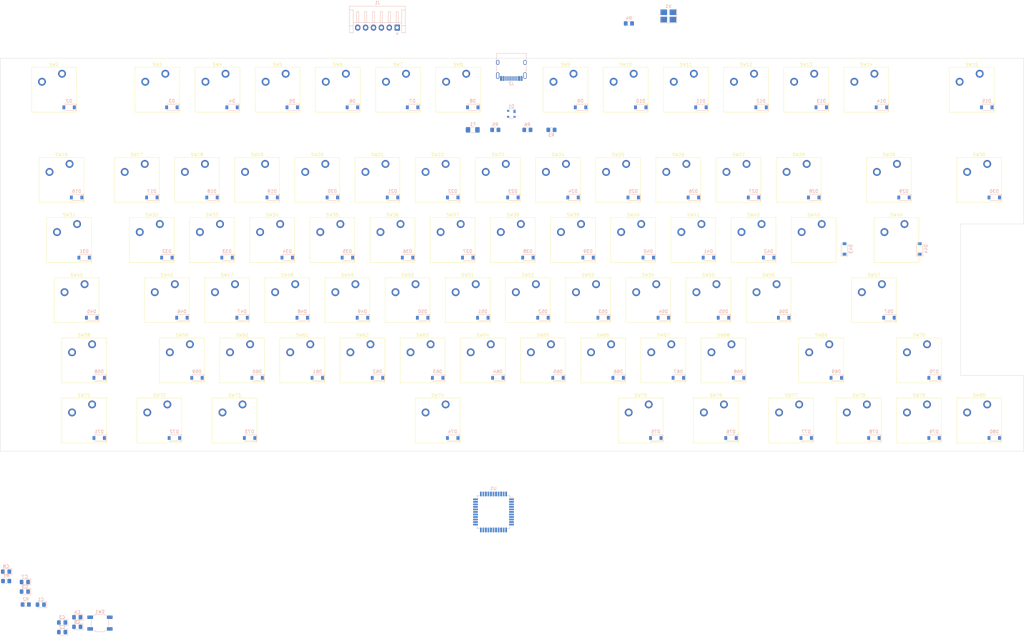
<source format=kicad_pcb>
(kicad_pcb (version 20211014) (generator pcbnew)
  (layers (0 "F.Cu" signal) (31 "B.Cu" signal) (34 "B.Paste" user) (35 "F.Paste" user) (36 "B.SilkS" user "B.Silkscreen") (37 "F.SilkS" user "F.Silkscreen") (38 "B.Mask" user) (39 "F.Mask" user) (44 "Edge.Cuts" user))
  (net 0 "")
  (net 1 "XTAL1")
  (net 2 "GND")
  (net 3 "XTAL2")
  (net 4 "+5V")
  (net 5 "Net-(C5-Pad1)")
  (net 6 "DP")
  (net 7 "DN")
  (net 8 "VCC")
  (net 9 "Net-(D2-Pad2)")
  (net 10 "Net-(D3-Pad2)")
  (net 11 "Net-(D4-Pad2)")
  (net 12 "Net-(D5-Pad2)")
  (net 13 "Net-(D6-Pad2)")
  (net 14 "Net-(D7-Pad2)")
  (net 15 "Net-(D8-Pad2)")
  (net 16 "Net-(D9-Pad2)")
  (net 17 "Net-(D10-Pad2)")
  (net 18 "Net-(D11-Pad2)")
  (net 19 "Net-(D12-Pad2)")
  (net 20 "Net-(D13-Pad2)")
  (net 21 "Net-(D14-Pad2)")
  (net 22 "Net-(D15-Pad2)")
  (net 23 "ROW 01")
  (net 24 "Net-(D16-Pad2)")
  (net 25 "Net-(D17-Pad2)")
  (net 26 "Net-(D18-Pad2)")
  (net 27 "Net-(D19-Pad2)")
  (net 28 "Net-(D20-Pad2)")
  (net 29 "Net-(D21-Pad2)")
  (net 30 "Net-(D22-Pad2)")
  (net 31 "Net-(D23-Pad2)")
  (net 32 "Net-(D24-Pad2)")
  (net 33 "Net-(D25-Pad2)")
  (net 34 "Net-(D26-Pad2)")
  (net 35 "Net-(D27-Pad2)")
  (net 36 "Net-(D28-Pad2)")
  (net 37 "Net-(D29-Pad2)")
  (net 38 "Net-(D30-Pad2)")
  (net 39 "ROW 02")
  (net 40 "Net-(D31-Pad2)")
  (net 41 "Net-(D32-Pad2)")
  (net 42 "Net-(D33-Pad2)")
  (net 43 "Net-(D34-Pad2)")
  (net 44 "Net-(D35-Pad2)")
  (net 45 "Net-(D36-Pad2)")
  (net 46 "Net-(D37-Pad2)")
  (net 47 "Net-(D38-Pad2)")
  (net 48 "Net-(D39-Pad2)")
  (net 49 "Net-(D40-Pad2)")
  (net 50 "Net-(D41-Pad2)")
  (net 51 "Net-(D42-Pad2)")
  (net 52 "Net-(D43-Pad2)")
  (net 53 "Net-(D44-Pad2)")
  (net 54 "ROW 03")
  (net 55 "Net-(D45-Pad2)")
  (net 56 "Net-(D46-Pad2)")
  (net 57 "Net-(D47-Pad2)")
  (net 58 "Net-(D48-Pad2)")
  (net 59 "Net-(D49-Pad2)")
  (net 60 "Net-(D50-Pad2)")
  (net 61 "Net-(D51-Pad2)")
  (net 62 "Net-(D52-Pad2)")
  (net 63 "Net-(D53-Pad2)")
  (net 64 "Net-(D54-Pad2)")
  (net 65 "Net-(D55-Pad2)")
  (net 66 "Net-(D56-Pad2)")
  (net 67 "Net-(D57-Pad2)")
  (net 68 "ROW 04")
  (net 69 "Net-(D58-Pad2)")
  (net 70 "Net-(D59-Pad2)")
  (net 71 "Net-(D60-Pad2)")
  (net 72 "Net-(D61-Pad2)")
  (net 73 "Net-(D62-Pad2)")
  (net 74 "Net-(D63-Pad2)")
  (net 75 "Net-(D64-Pad2)")
  (net 76 "Net-(D65-Pad2)")
  (net 77 "Net-(D66-Pad2)")
  (net 78 "Net-(D67-Pad2)")
  (net 79 "Net-(D68-Pad2)")
  (net 80 "Net-(D69-Pad2)")
  (net 81 "Net-(D70-Pad2)")
  (net 82 "ROW 05")
  (net 83 "Net-(D71-Pad2)")
  (net 84 "Net-(D72-Pad2)")
  (net 85 "Net-(D73-Pad2)")
  (net 86 "Net-(D74-Pad2)")
  (net 87 "Net-(D75-Pad2)")
  (net 88 "Net-(D76-Pad2)")
  (net 89 "Net-(D77-Pad2)")
  (net 90 "Net-(D78-Pad2)")
  (net 91 "Net-(D79-Pad2)")
  (net 92 "Net-(J2-PadA5)")
  (net 94 "Net-(J2-PadB5)")
  (net 96 "Net-(R1-Pad2)")
  (net 97 "RESET")
  (net 98 "D-")
  (net 99 "D+")
  (net 100 "COL 00")
  (net 101 "COL 02")
  (net 102 "COL 03")
  (net 103 "COL 04")
  (net 104 "COL 05")
  (net 105 "COL 06")
  (net 106 "COL 07")
  (net 107 "COL 08")
  (net 108 "COL 09")
  (net 109 "COL 0A")
  (net 110 "COL 0B")
  (net 111 "COL 0C")
  (net 112 "COL 0D")
  (net 113 "COL 0F")
  (net 114 "COL 01")
  (net 115 "COL 0E")
  (net 116 "SCK")
  (net 117 "MOSI")
  (net 118 "MISO")
  (net 120 "Net-(D80-Pad2)")
  (footprint "Switch_Keyboard_Cherry_MX:SW_Cherry_MX_PCB_1.25u" (layer "F.Cu") (at 242.7375 154.775)
    (fp_text reference "SW75")
    (fp_text value "RAmiga")
  )
  (footprint "Switch_Keyboard_Cherry_MX:SW_Cherry_MX_PCB_1.00u" (layer "F.Cu") (at 164.15625 97.625)
    (fp_text reference "SW36")
    (fp_text value "T")
  )
  (footprint "Switch_Keyboard_Cherry_MX:SW_Cherry_MX_PCB_1.00u" (layer "F.Cu") (at 202.25625 97.625)
    (fp_text reference "SW38")
    (fp_text value "U")
  )
  (footprint "Switch_Keyboard_Cherry_MX:SW_Cherry_MX_PCB_2.00u" (layer "F.Cu") (at 321.31875 78.575)
    (fp_text reference "SW29")
    (fp_text value "Bksp")
  )
  (footprint "Switch_Keyboard_Cherry_MX:SW_Cherry_MX_PCB_1.00u" (layer "F.Cu") (at 102.24375 78.575)
    (fp_text reference "SW18")
    (fp_text value "2")
  )
  (footprint "Switch_Keyboard_Cherry_MX:SW_Cherry_MX_PCB_1.00u" (layer "F.Cu") (at 111.76875 116.675)
    (fp_text reference "SW47")
    (fp_text value "S")
  )
  (footprint "Switch_Keyboard_Cherry_MX:SW_Cherry_MX_PCB_1.00u" (layer "F.Cu") (at 240.35625 97.625)
    (fp_text reference "SW40")
    (fp_text value "O")
  )
  (footprint "Switch_Keyboard_Cherry_MX:SW_Cherry_MX_PCB_2.50u" (layer "F.Cu") (at 316.55625 116.675)
    (fp_text reference "SW57")
    (fp_text value "Enter")
  )
  (footprint "Switch_Keyboard_Cherry_MX:SW_Cherry_MX_PCB_1.00u" (layer "F.Cu") (at 254.64375 78.575)
    (fp_text reference "SW26")
    (fp_text value "0")
  )
  (footprint "Switch_Keyboard_Cherry_MX:SW_Cherry_MX_PCB_1.00u" (layer "F.Cu") (at 349.89375 78.575)
    (fp_text reference "SW30")
    (fp_text value "Del")
  )
  (footprint "Switch_Keyboard_Cherry_MX:SW_Cherry_MX_PCB_1.00u" (layer "F.Cu") (at 268.93125 135.725)
    (fp_text reference "SW68")
    (fp_text value "/")
  )
  (footprint "Switch_Keyboard_Cherry_MX:SW_Cherry_MX_PCB_1.00u" (layer "F.Cu") (at 259.40625 97.625)
    (fp_text reference "SW41")
    (fp_text value "P")
  )
  (footprint "Switch_Keyboard_Cherry_MX:SW_Cherry_MX_PCB_1.75u" (layer "F.Cu") (at 61.7625 97.625)
    (fp_text reference "SW31")
    (fp_text value "Tab")
  )
  (footprint "Switch_Keyboard_Cherry_MX:SW_Cherry_MX_PCB_1.00u" (layer "F.Cu") (at 149.86875 116.675)
    (fp_text reference "SW49")
    (fp_text value "F")
  )
  (footprint "Switch_Keyboard_Cherry_MX:SW_Cherry_MX_PCB_1.00u" (layer "F.Cu") (at 173.68125 135.725)
    (fp_text reference "SW63")
    (fp_text value "B")
  )
  (footprint "Switch_Keyboard_Cherry_MX:SW_Cherry_MX_PCB_1.00u" (layer "F.Cu") (at 183.20625 97.625)
    (fp_text reference "SW37")
    (fp_text value "Y")
  )
  (footprint "Switch_Keyboard_Cherry_MX:SW_Cherry_MX_PCB_1.00u" (layer "F.Cu") (at 127.8025 50)
    (fp_text reference "SW5")
    (fp_text value "F3")
  )
  (footprint "Switch_Keyboard_Cherry_MX:SW_Cherry_MX_PCB_1.00u" (layer "F.Cu") (at 107.00625 97.625)
    (fp_text reference "SW33")
    (fp_text value "W")
  )
  (footprint "Switch_Keyboard_Cherry_MX:SW_Cherry_MX_PCB_1.00u" (layer "F.Cu") (at 235.59375 78.575)
    (fp_text reference "SW25")
    (fp_text value "9")
  )
  (footprint "Switch_Keyboard_Cherry_MX:SW_Cherry_MX_PCB_1.00u" (layer "F.Cu") (at 146.8525 50)
    (fp_text reference "SW6")
    (fp_text value "F4")
  )
  (footprint "Switch_Keyboard_Cherry_MX:SW_Cherry_MX_PCB_1.00u" (layer "F.Cu") (at 140.34375 78.575)
    (fp_text reference "SW20")
    (fp_text value "4")
  )
  (footprint "Switch_Keyboard_Cherry_MX:SW_Cherry_MX_PCB_1.25u" (layer "F.Cu") (at 266.55 154.775)
    (fp_text reference "SW76")
    (fp_text value "RAlt")
  )
  (footprint "Switch_Keyboard_Cherry_MX:SW_Cherry_MX_PCB_1.00u" (layer "F.Cu") (at 283.21875 116.675)
    (fp_text reference "SW56")
    (fp_text value "'")
  )
  (footprint "Switch_Keyboard_Cherry_MX:SW_Cherry_MX_PCB_1.00u" (layer "F.Cu") (at 168.91875 116.675)
    (fp_text reference "SW50")
    (fp_text value "G")
  )
  (footprint "Switch_Keyboard_Cherry_MX:SW_Cherry_MX_PCB_1.00u" (layer "F.Cu") (at 116.53125 135.725)
    (fp_text reference "SW60")
    (fp_text value "X")
  )
  (footprint "Switch_Keyboard_Cherry_MX:SW_Cherry_MX_PCB_1.00u" (layer "F.Cu") (at 311.79375 154.775)
    (fp_text reference "SW78")
    (fp_text value "Left")
  )
  (footprint "Switch_Keyboard_Cherry_MX:SW_Cherry_MX_PCB_1.25u" (layer "F.Cu") (at 57 50)
    (fp_text reference "SW2")
    (fp_text value "Esc")
  )
  (footprint "Switch_Keyboard_Cherry_MX:SW_Cherry_MX_PCB_1.25u" (layer "F.Cu") (at 66.525 154.775)
    (fp_text reference "SW71")
    (fp_text value "Ctrl")
  )
  (footprint "Switch_Keyboard_Cherry_MX:SW_Cherry_MX_PCB_1.00u" (layer "F.Cu") (at 237.975 50)
    (fp_text reference "SW10")
    (fp_text value "F8")
  )
  (footprint "Switch_Keyboard_Cherry_MX:SW_Cherry_MX_PCB_1.00u" (layer "F.Cu") (at 245.11875 116.675)
    (fp_text reference "SW54")
    (fp_text value "L")
  )
  (footprint "Switch_Keyboard_Cherry_MX:SW_Cherry_MX_PCB_1.00u" (layer "F.Cu") (at 257.025 50)
    (fp_text reference "SW11")
    (fp_text value "F9")
  )
  (footprint "Switch_Keyboard_Cherry_MX:SW_Cherry_MX_PCB_1.25u" (layer "F.Cu") (at 290.3625 154.775)
    (fp_text reference "SW77")
    (fp_text value "Fn")
  )
  (footprint "Switch_Keyboard_Cherry_MX:SW_Cherry_MX_PCB_1.00u" (layer "F.Cu") (at 273.69375 78.575)
    (fp_text reference "SW27")
    (fp_text value "-")
  )
  (footprint "Switch_Keyboard_Cherry_MX:SW_Cherry_MX_PCB_1.00u" (layer "F.Cu") (at 249.88125 135.725)
    (fp_text reference "SW67")
    (fp_text value ".")
  )
  (footprint "Switch_Keyboard_Cherry_MX:SW_Cherry_MX_PCB_1.00u" (layer "F.Cu") (at 97.48125 135.725)
    (fp_text reference "SW59")
    (fp_text value "Z")
  )
  (footprint "Switch_Keyboard_Cherry_MX:SW_Cherry_MX_PCB_1.00u" (layer "F.Cu") (at 297.50625 97.625)
    (fp_text reference "SW43")
    (fp_text value "]")
  )
  (footprint "Switch_Keyboard_Cherry_MX:SW_Cherry_MX_PCB_2.00u" (layer "F.Cu") (at 64.14375 116.675)
    (fp_text reference "SW45")
    (fp_text value "Hyper")
  )
  (footprint "Switch_Keyboard_Cherry_MX:SW_Cherry_MX_PCB_1.00u" (layer "F.Cu") (at 154.63125 135.725)
    (fp_text reference "SW62")
    (fp_text value "V")
  )
  (footprint "Switch_Keyboard_Cherry_MX:SW_Cherry_MX_PCB_1.00u" (layer "F.Cu") (at 330.84375 135.725)
    (fp_text reference "SW70")
    (fp_text value "Up")
  )
  (footprint "Switch_Keyboard_Cherry_MX:SW_Cherry_MX_PCB_1.00u" (layer "F.Cu") (at 211.78125 135.725)
    (fp_text reference "SW65")
    (fp_text value "M")
  )
  (footprint "Switch_Keyboard_Cherry_MX:SW_Cherry_MX_PCB_1.00u" (layer "F.Cu") (at 121.29375 78.575)
    (fp_text reference "SW19")
    (fp_text value "3")
  )
  (footprint "Switch_Keyboard_Cherry_MX:SW_Cherry_MX_PCB_1.00u" (layer "F.Cu") (at 92.71875 116.675)
    (fp_text reference "SW46")
    (fp_text value "A")
  )
  (footprint "Switch_Keyboard_Cherry_MX:SW_Cherry_MX_PCB_1.00u" (layer "F.Cu") (at 178.44375 78.575)
    (fp_text reference "SW22")
    (fp_text value "6")
  )
  (footprint "Switch_Keyboard_Cherry_MX:SW_Cherry_MX_PCB_1.00u" (layer "F.Cu") (at 207.01875 116.675)
    (fp_text reference "SW52")
    (fp_text value "J")
  )
  (footprint "Switch_Keyboard_Cherry_MX:SW_Cherry_MX_PCB_2.25u" (layer "F.Cu") (at 66.525 135.725)
    (fp_text reference "SW58")
    (fp_text value "LShift")
  )
  (footprint "Switch_Keyboard_Cherry_MX:SW_Cherry_MX_PCB_1.00u" (layer "F.Cu") (at 159.39375 78.575)
    (fp_text reference "SW21")
    (fp_text value "5")
  )
  (footprint "Switch_Keyboard_Cherry_MX:SW_Cherry_MX_PCB_1.00u" (layer "F.Cu") (at 295.125 50)
    (fp_text reference "SW13")
    (fp_text value "F11")
  )
  (footprint "Switch_Keyboard_Cherry_MX:SW_Cherry_MX_PCB_1.00u" (layer "F.Cu") (at 221.30625 97.625)
    (fp_text reference "SW39")
    (fp_text value "I")
  )
  (footprint "Switch_Keyboard_Cherry_MX:SW_Cherry_MX_PCB_1.00u" (layer "F.Cu") (at 197.49375 78.575)
    (fp_text reference "SW23")
    (fp_text value "7")
  )
  (footprint "Switch_Keyboard_Cherry_MX:SW_Cherry_MX_PCB_1.00u" (layer "F.Cu") (at 230.83125 135.725)
    (fp_text reference "SW66")
    (fp_text value ",")
  )
  (footprint "Switch_Keyboard_Cherry_MX:SW_Cherry_MX_PCB_1.00u" (layer "F.Cu") (at 165.9025 50)
    (fp_text reference "SW7")
    (fp_text value "F5")
  )
  (footprint "Switch_Keyboard_Cherry_MX:SW_Cherry_MX_PCB_1.00u" (layer "F.Cu") (at 278.45625 97.625)
    (fp_text reference "SW42")
    (fp_text value "[")
  )
  (footprint "Switch_Keyboard_Cherry_MX:SW_Cherry_MX_PCB_1.00u" (layer "F.Cu") (at 145.10625 97.625)
    (fp_text reference "SW35")
    (fp_text value "R")
  )
  (footprint "Switch_Keyboard_Cherry_MX:SW_Cherry_MX_PCB_1.00u" (layer "F.Cu") (at 314.175 50)
    (fp_text reference "SW14")
    (fp_text value "F12")
  )
  (footprint "Switch_Keyboard_Cherry_MX:SW_Cherry_MX_PCB_1.00u" (layer "F.Cu") (at 264.16875 116.675)
    (fp_text reference "SW55")
    (fp_text value ";")
  )
  (footprint "Switch_Keyboard_Cherry_MX:SW_Cherry_MX_PCB_1.50u" (layer "F.Cu") (at 59.38125 78.575)
    (fp_text reference "SW16")
    (fp_text value "Grv")
  )
  (footprint "Switch_Keyboard_Cherry_MX:SW_Cherry_MX_PCB_1.00u" (layer "F.Cu") (at 130.81875 116.675)
    (fp_text reference "SW48")
    (fp_text value "D")
  )
  (footprint "Switch_Keyboard_Cherry_MX:SW_Cherry_MX_PCB_1.00u" (layer "F.Cu") (at 192.73125 135.725)
    (fp_text reference "SW64")
    (fp_text value "N")
  )
  (footprint "Switch_Keyboard_Cherry_MX:SW_Cherry_MX_PCB_1.00u" (layer "F.Cu") (at 83.19375 78.575)
    (fp_text reference "SW17")
    (fp_text value "1")
  )
  (footprint "Switch_Keyboard_Cherry_MX:SW_Cherry_MX_PCB_1.00u" (layer "F.Cu") (at 184.9525 50)
    (fp_text reference "SW8")
    (fp_text value "F6")
  )
  (footprint "Switch_Keyboard_Cherry_MX:SW_Cherry_MX_PCB_1.00u" (layer "F.Cu") (at 87.95625 97.625)
    (fp_text reference "SW32")
    (fp_text value "Q")
  )
  (footprint "Switch_Keyboard_Cherry_MX:SW_Cherry_MX_PCB_1.00u" (layer "F.Cu") (at 187.96875 116.675)
    (fp_text reference "SW51")
    (fp_text value "H")
  )
  (footprint "Switch_Keyboard_Cherry_MX:SW_Cherry_MX_PCB_5.50u" (layer "F.Cu") (at 178.44375 154.775)
    (fp_text reference "SW74")
    (fp_text value "Space")
  )
  (footprint "Switch_Keyboard_Cherry_MX:SW_Cherry_MX_PCB_1.25u" (layer "F.Cu") (at 114.15 154.775)
    (fp_text reference "SW73")
    (fp_text value "LAmiga")
  )
  (footprint "Switch_Keyboard_Cherry_MX:SW_Cherry_MX_PCB_1.00u" (layer "F.Cu") (at 89.7025 50)
    (fp_text reference "SW3")
    (fp_text value "F1")
  )
  (footprint "Switch_Keyboard_Cherry_MX:SW_Cherry_MX_PCB_1.00u" (layer "F.Cu") (at 216.54375 78.575)
    (fp_text reference "SW24")
    (fp_text value "8")
  )
  (footprint "Switch_Keyboard_Cherry_MX:SW_Cherry_MX_PCB_1.00u" (layer "F.Cu") (at 292.74375 78.575)
    (fp_text reference "SW28")
    (fp_text value "=")
  )
  (footprint "Switch_Keyboard_Cherry_MX:SW_Cherry_MX_PCB_1.00u" (layer "F.Cu") (at 330.84375 154.775)
    (fp_text reference "SW79")
    (fp_text value "Down")
  )
  (footprint "Switch_Keyboard_Cherry_MX:SW_Cherry_MX_PCB_1.25u" (layer "F.Cu") (at 347.5125 50)
    (fp_text reference "SW15")
    (fp_text value "Help")
  )
  (footprint "Switch_Keyboard_Cherry_MX:SW_Cherry_MX_PCB_1.00u" (layer "F.Cu") (at 108.7525 50)
    (fp_text reference "SW4")
    (fp_text value "F2")
  )
  (footprint "Switch_Keyboard_Cherry_MX:SW_Cherry_MX_PCB_2.25u" (layer "F.Cu") (at 299.8875 135.725)
    (fp_text reference "SW69")
    (fp_text value "RShift")
  )
  (footprint "Switch_Keyboard_Cherry_MX:SW_Cherry_MX_PCB_1.00u" (layer "F.Cu") (at 226.06875 116.675)
    (fp_text reference "SW53")
    (fp_text value "K")
  )
  (footprint "Switch_Keyboard_Cherry_MX:SW_Cherry_MX_PCB_1.00u" (layer "F.Cu") (at 349.89375 154.775)
    (fp_text reference "SW80")
    (fp_text value "Right")
  )
  (footprint "Switch_Keyboard_Cherry_MX:SW_Cherry_MX_PCB_1.00u" (layer "F.Cu") (at 135.58125 135.725)
    (fp_text reference "SW61")
    (fp_text value "C")
  )
  (footprint "Switch_Keyboard_Cherry_MX:SW_Cherry_MX_PCB_1.25u" (layer "F.Cu") (at 90.3375 154.775)
    (fp_text reference "SW72")
    (fp_text value "LAlt")
  )
  (footprint "Switch_Keyboard_Cherry_MX:SW_Cherry_MX_PCB_1.00u" (layer "F.Cu") (at 276.075 50)
    (fp_text reference "SW12")
    (fp_text value "F10")
  )
  (footprint "Switch_Keyboard_Cherry_MX:SW_Cherry_MX_PCB_1.75u" (layer "F.Cu") (at 323.7 97.625)
    (fp_text reference "SW44")
    (fp_text value "\\")
  )
  (footprint "Switch_Keyboard_Cherry_MX:SW_Cherry_MX_PCB_1.00u" (layer "F.Cu") (at 126.05625 97.625)
    (fp_text reference "SW34")
    (fp_text value "E")
  )
  (footprint "Switch_Keyboard_Cherry_MX:SW_Cherry_MX_PCB_1.00u" (layer "F.Cu") (at 218.925 50)
    (fp_text reference "SW9")
    (fp_text value "F7")
  )
  (footprint "Diode_SMD:D_SOD-123" (layer "B.Cu") (at 326.08125 84.13125 180)
    (fp_text reference "D29")
    (fp_text value "D_Small")
  )
  (footprint "Resistor_SMD:R_0805_2012Metric_Pad1.20x1.40mm_HandSolder" (layer "B.Cu") (at 196.7 62.7 180)
    (fp_text reference "R5")
    (fp_text value "22")
  )
  (footprint "Diode_SMD:D_SOD-123" (layer "B.Cu") (at 242.7375 55.55625 180)
    (fp_text reference "D10")
    (fp_text value "D_Small")
  )
  (footprint "Diode_SMD:D_SOD-123" (layer "B.Cu") (at 130.81875 103.18125 180)
    (fp_text reference "D34")
    (fp_text value "D_Small")
  )
  (footprint "Diode_SMD:D_SOD-123" (layer "B.Cu") (at 71.2875 141.28125 180)
    (fp_text reference "D58")
    (fp_text value "D_Small")
  )
  (footprint "Button_Switch_SMD:SW_SPST_SKQG_WithoutStem" (layer "B.Cu") (at 71.5425 218.96625 180)
    (fp_text reference "SW1")
    (fp_text value "SW_Push")
  )
  (footprint "Diode_SMD:D_0805_2012Metric_Pad1.15x1.40mm_HandSolder" (layer "B.Cu") (at 59.5575 218.78125 180)
    (fp_text reference "C3")
    (fp_text value "0.1u")
  )
  (footprint "Resistor_SMD:R_0805_2012Metric_Pad1.20x1.40mm_HandSolder" (layer "B.Cu") (at 48.0525 213.08625 180)
    (fp_text reference "R2")
    (fp_text value "10k")
  )
  (footprint "Diode_SMD:D_SOD-123" (layer "B.Cu") (at 316.55625 160.33125 180)
    (fp_text reference "D78")
    (fp_text value "D_Small")
  )
  (footprint "Diode_SMD:D_SOD-123" (layer "B.Cu") (at 226.06875 103.18125 180)
    (fp_text reference "D39")
    (fp_text value "D_Small")
  )
  (footprint "Diode_SMD:D_SOD-123" (layer "B.Cu") (at 297.50625 84.13125 180)
    (fp_text reference "D28")
    (fp_text value "D_Small")
  )
  (footprint "Diode_SMD:D_SOD-123" (layer "B.Cu") (at 132.40625 55.55625 180)
    (fp_text reference "D5")
    (fp_text value "D_Small")
  )
  (footprint "Diode_SMD:D_SOD-123" (layer "B.Cu") (at 170.50625 55.55625 180)
    (fp_text reference "D7")
    (fp_text value "D_Small")
  )
  (footprint "Connector_JST:JST_EH_S6B-EH_1x06_P2.50mm_Horizontal" (layer "B.Cu") (at 165.64375 30.3075 180)
    (fp_text reference "J1")
    (fp_text value "AVR-ISP-6")
  )
  (footprint "Diode_SMD:D_0805_2012Metric_Pad1.15x1.40mm_HandSolder" (layer "B.Cu") (at 41.8075 202.66125 180)
    (fp_text reference "C8")
    (fp_text value "0.1u")
  )
  (footprint "Diode_SMD:D_SOD-123" (layer "B.Cu") (at 223.6875 55.55625 180)
    (fp_text reference "D9")
    (fp_text value "D_Small")
  )
  (footprint "Diode_SMD:D_SOD-123" (layer "B.Cu") (at 126.05625 84.13125 180)
    (fp_text reference "D19")
    (fp_text value "D_Small")
  )
  (footprint "Diode_SMD:D_0805_2012Metric_Pad1.15x1.40mm_HandSolder" (layer "B.Cu") (at 52.7975 213.13125 180)
    (fp_text reference "C1")
    (fp_text value "22p")
  )
  (footprint "Diode_SMD:D_SOD-123" (layer "B.Cu") (at 121.29375 141.28125 180)
    (fp_text reference "D60")
    (fp_text value "D_Small")
  )
  (footprint "Diode_SMD:D_SOD-123" (layer "B.Cu") (at 68.90625 122.23125 180)
    (fp_text reference "D45")
    (fp_text value "D_Small")
  )
  (footprint "Diode_SMD:D_SOD-123" (layer "B.Cu") (at 66.525 103.18125 180)
    (fp_text reference "D31")
    (fp_text value "D_Small")
  )
  (footprint "Diode_SMD:D_SOD-123" (layer "B.Cu") (at 273.69375 141.28125 180)
    (fp_text reference "D68")
    (fp_text value "D_Small")
  )
  (footprint "Diode_SMD:D_SOD-123" (layer "B.Cu") (at 135.58125 122.23125 180)
    (fp_text reference "D48")
    (fp_text value "D_Small")
  )
  (footprint "Diode_SMD:D_SOD-123" (layer "B.Cu") (at 318.9375 55.55625 180)
    (fp_text reference "D14")
    (fp_text value "D_Small")
  )
  (footprint "Diode_SMD:D_SOD-123" (layer "B.Cu") (at 321.31875 122.23125 180)
    (fp_text reference "D57")
    (fp_text value "D_Small")
  )
  (footprint "Diode_SMD:D_SOD-123" (layer "B.Cu") (at 159.39375 141.28125 180)
    (fp_text reference "D62")
    (fp_text value "D_Small")
  )
  (footprint "Diode_SMD:D_SOD-123" (layer "B.Cu") (at 335.60625 141.28125 180)
    (fp_text reference "D70")
    (fp_text value "D_Small")
  )
  (footprint "Diode_SMD:D_SOD-123" (layer "B.Cu") (at 295.125 160.33125 180)
    (fp_text reference "D77")
    (fp_text value "D_Small")
  )
  (footprint "Diode_SMD:D_SOD-123" (layer "B.Cu") (at 118.9125 160.33125 180)
    (fp_text reference "D73")
    (fp_text value "D_Small")
  )
  (footprint "Diode_SMD:D_SOD-123" (layer "B.Cu") (at 189.55625 55.55625 180)
    (fp_text reference "D8")
    (fp_text value "D_Small")
  )
  (footprint "Resistor_SMD:R_0805_2012Metric_Pad1.20x1.40mm_HandSolder" (layer "B.Cu") (at 206.86 62.7 180)
    (fp_text reference "R6")
    (fp_text value "22")
  )
  (footprint "Diode_SMD:D_SOD-123" (layer "B.Cu") (at 64.14375 84.13125 180)
    (fp_text reference "D16")
    (fp_text value "D_Small")
  )
  (footprint "Resistor_SMD:R_0805_2012Metric_Pad1.20x1.40mm_HandSolder" (layer "B.Cu") (at 238.99375 28.98125 180)
    (fp_text reference "R4")
    (fp_text value "5.1k")
  )
  (footprint "Diode_SMD:D_SOD-123" (layer "B.Cu") (at 230.83125 122.23125 180)
    (fp_text reference "D53")
    (fp_text value "D_Small")
  )
  (footprint "Diode_SMD:D_SOD-123" (layer "B.Cu") (at 354.65625 84.13125 180)
    (fp_text reference "D30")
    (fp_text value "D_Small")
  )
  (footprint "Diode_SMD:D_SOD-123" (layer "B.Cu") (at 145.10625 84.13125 180)
    (fp_text reference "D20")
    (fp_text value "D_Small")
  )
  (footprint "Resistor_SMD:R_0805_2012Metric_Pad1.20x1.40mm_HandSolder" (layer "B.Cu") (at 214.48 62.7)
    (fp_text reference "R3")
    (fp_text value "5.1k")
  )
  (footprint "Diode_SMD:D_0805_2012Metric_Pad1.15x1.40mm_HandSolder" (layer "B.Cu") (at 47.7575 205.95125 180)
    (fp_text reference "C7")
    (fp_text value "0.1u")
  )
  (footprint "Diode_SMD:D_SOD-123" (layer "B.Cu") (at 178.44375 141.28125 180)
    (fp_text reference "D63")
    (fp_text value "D_Small")
  )
  (footprint "Diode_SMD:D_SOD-123" (layer "B.Cu") (at 280.8375 55.55625 180)
    (fp_text reference "D12")
    (fp_text value "D_Small")
  )
  (footprint "Diode_SMD:D_0805_2012Metric_Pad1.15x1.40mm_HandSolder" (layer "B.Cu") (at 64.3475 220.15125 180)
    (fp_text reference "C6")
    (fp_text value "0.1u")
  )
  (footprint "Diode_SMD:D_SOD-123" (layer "B.Cu") (at 71.2875 160.33125 180)
    (fp_text reference "D71")
    (fp_text value "D_Small")
  )
  (footprint "Diode_SMD:D_SOD-123" (layer "B.Cu") (at 102.24375 141.28125 180)
    (fp_text reference "D59")
    (fp_text value "D_Small")
  )
  (footprint "Diode_SMD:D_SOD-123" (layer "B.Cu") (at 211.78125 122.23125 180)
    (fp_text reference "D52")
    (fp_text value "D_Small")
  )
  (footprint "Diode_SMD:D_SOD-123" (layer "B.Cu") (at 107.00625 84.13125 180)
    (fp_text reference "D18")
    (fp_text value "D_Small")
  )
  (footprint "Package_QFP:TQFP-44_10x10mm_P0.8mm" (layer "B.Cu") (at 196.13125 183.7625 180)
    (fp_text reference "U1")
    (fp_text value "ATmega32U4-A")
  )
  (footprint "Diode_SMD:D_SOD-123" (layer "B.Cu") (at 207.01875 103.18125 180)
    (fp_text reference "D38")
    (fp_text value "D_Small")
  )
  (footprint "Diode_SMD:D_SOD-123" (layer "B.Cu") (at 154.63125 122.23125 180)
    (fp_text reference "D49")
    (fp_text value "D_Small")
  )
  (footprint "Diode_SMD:D_SOD-123" (layer "B.Cu") (at 87.95625 84.13125 180)
    (fp_text reference "D17")
    (fp_text value "D_Small")
  )
  (footprint "Diode_SMD:D_SOD-123" (layer "B.Cu") (at 197.49375 141.28125 180)
    (fp_text reference "D64")
    (fp_text value "D_Small")
  )
  (footprint "Diode_SMD:D_SOD-123" (layer "B.Cu") (at 149.86875 103.18125 180)
    (fp_text reference "D35")
    (fp_text value "D_Small")
  )
  (footprint "Diode_SMD:D_SOD-123" (layer "B.Cu") (at 92.71875 103.18125 180)
    (fp_text reference "D32")
    (fp_text value "D_Small")
  )
  (footprint "Diode_SMD:D_SOD-123" (layer "B.Cu") (at 307.25625 100.41875 90)
    (fp_text reference "D43")
    (fp_text value "D_Small")
  )
  (footprint "Diode_SMD:D_SOD-123" (layer "B.Cu") (at 164.15625 84.13125 180)
    (fp_text reference "D21")
    (fp_text value "D_Small")
  )
  (footprint "Diode_SMD:D_SOD-123" (layer "B.Cu") (at 268.93125 122.23125 180)
    (fp_text reference "D55")
    (fp_text value "D_Small")
  )
  (footprint "Diode_SMD:D_SOD-123" (layer "B.Cu") (at 299.8875 55.55625 180)
    (fp_text reference "D13")
    (fp_text value "D_Small")
  )
  (footprint "Diode_SMD:D_SOD-123" (layer "B.Cu") (at 254.64375 141.28125 180)
    (fp_text reference "D67")
    (fp_text value "D_Small")
  )
  (footprint "Diode_SMD:D_SOD-123" (layer "B.Cu") (at 247.5 160.33125 180)
    (fp_text reference "D75")
    (fp_text value "D_Small")
  )
  (footprint "Diode_SMD:D_SOD-123" (layer "B.Cu") (at 113.35625 55.55625 180)
    (fp_text reference "D4")
    (fp_text value "D_Small")
  )
  (footprint "Diode_SMD:D_SOD-123" (layer "B.Cu") (at 95.1 160.33125 180)
    (fp_text reference "D72")
    (fp_text value "D_Small")
  )
  (footprint "Resistor_SMD:R_0805_2012Metric_Pad1.20x1.40mm_HandSolder" (layer "B.Cu") (at 41.8525 205.65625 180)
    (fp_text reference "R1")
    (fp_text value "10k")
  )
  (footprint "Package_TO_SOT_SMD:SOT-143" (layer "B.Cu") (at 201.78 57.62 180)
    (fp_text reference "D1")
    (fp_text value "PRTR5V0U2X")
  )
  (footprint "Diode_SMD:D_SOD-123" (layer "B.Cu") (at 183.20625 84.13125 180)
    (fp_text reference "D22")
    (fp_text value "D_Small")
  )
  (footprint "Diode_SMD:D_SOD-123" (layer "B.Cu") (at 245.11875 103.18125 180)
    (fp_text reference "D40")
    (fp_text value "D_Small")
  )
  (footprint "Diode_SMD:D_SOD-123" (layer "B.Cu") (at 94.30625 55.55625 180)
    (fp_text reference "D3")
    (fp_text value "D_Small")
  )
  (footprint "Diode_SMD:D_SOD-123" (layer "B.Cu") (at 352.275 55.55625 180)
    (fp_text reference "D15")
    (fp_text value "D_Small")
  )
  (footprint "Diode_SMD:D_SOD-123" (layer "B.Cu") (at 331.06875 100.41875 90)
    (fp_text reference "D44")
    (fp_text value "D_Small")
  )
  (footprint "Fuse:Fuse_1206_3216Metric_Pad1.42x1.75mm_HandSolder" (layer "B.Cu") (at 189.55625 62.7 180)
    (fp_text reference "F1")
    (fp_text value "500m")
  )
  (footprint "Diode_SMD:D_0805_2012Metric_Pad1.15x1.40mm_HandSolder" (layer "B.Cu") (at 47.7575 208.99125 180)
    (fp_text reference "C5")
    (fp_text value "1u")
  )
  (footprint "Diode_SMD:D_SOD-123" (layer "B.Cu") (at 271.3125 160.33125 180)
    (fp_text reference "D76")
    (fp_text value "D_Small")
  )
  (footprint "Diode_SMD:D_SOD-123" (layer "B.Cu") (at 240.35625 84.13125 180)
    (fp_text reference "D25")
    (fp_text value "D_Small")
  )
  (footprint "Connector_USB:USB_C_Receptacle_HRO_TYPE-C-31-M-12" (layer "B.Cu") (at 201.78 42.38)
    (fp_text reference "J2")
    (fp_text value "USB_C_Receptacle_USB2.0")
  )
  (footprint "Diode_SMD:D_SOD-123" (layer "B.Cu") (at 216.54375 141.28125 180)
    (fp_text reference "D65")
    (fp_text value "D_Small")
  )
  (footprint "Diode_SMD:D_SOD-123" (layer "B.Cu") (at 151.45625 55.55625 180)
    (fp_text reference "D6")
    (fp_text value "D_Small")
  )
  (footprint "Diode_SMD:D_SOD-123" (layer "B.Cu") (at 278.45625 84.13125 180)
    (fp_text reference "D27")
    (fp_text value "D_Small")
  )
  (footprint "Diode_SMD:D_SOD-123" (layer "B.Cu") (at 192.73125 122.23125 180)
    (fp_text reference "D51")
    (fp_text value "D_Small")
  )
  (footprint "Diode_SMD:D_SOD-123" (layer "B.Cu") (at 97.48125 122.23125 180)
    (fp_text reference "D46")
    (fp_text value "D_Small")
  )
  (footprint "Diode_SMD:D_SOD-123" (layer "B.Cu") (at 173.68125 122.23125 180)
    (fp_text reference "D50")
    (fp_text value "D_Small")
  )
  (footprint "Diode_SMD:D_0805_2012Metric_Pad1.15x1.40mm_HandSolder" (layer "B.Cu") (at 64.3475 217.11125 180)
    (fp_text reference "C4")
    (fp_text value "0.1u")
  )
  (footprint "Diode_SMD:D_SOD-123" (layer "B.Cu") (at 283.21875 103.18125 180)
    (fp_text reference "D42")
    (fp_text value "D_Small")
  )
  (footprint "Diode_SMD:D_SOD-123" (layer "B.Cu") (at 183.20625 160.33125 180)
    (fp_text reference "D74")
    (fp_text value "D_Small")
  )
  (footprint "Diode_SMD:D_SOD-123" (layer "B.Cu") (at 235.59375 141.28125 180)
    (fp_text reference "D66")
    (fp_text value "D_Small")
  )
  (footprint "Crystal:Crystal_SMD_3225-4Pin_3.2x2.5mm_HandSoldering" (layer "B.Cu") (at 251.4875 26.6 180)
    (fp_text reference "X1")
    (fp_text value "XTAL")
  )
  (footprint "Diode_SMD:D_SOD-123" (layer "B.Cu") (at 264.16875 103.18125 180)
    (fp_text reference "D41")
    (fp_text value "D_Small")
  )
  (footprint "Diode_SMD:D_SOD-123" (layer "B.Cu") (at 304.65 141.28125 180)
    (fp_text reference "D69")
    (fp_text value "D_Small")
  )
  (footprint "Diode_SMD:D_0805_2012Metric_Pad1.15x1.40mm_HandSolder" (layer "B.Cu") (at 59.5575 221.82125 180)
    (fp_text reference "C2")
    (fp_text value "22p")
  )
  (footprint "Diode_SMD:D_SOD-123" (layer "B.Cu") (at 249.88125 122.23125 180)
    (fp_text reference "D54")
    (fp_text value "D_Small")
  )
  (footprint "Diode_SMD:D_SOD-123" (layer "B.Cu") (at 202.25625 84.13125 180)
    (fp_text reference "D23")
    (fp_text value "D_Small")
  )
  (footprint "Diode_SMD:D_SOD-123" (layer "B.Cu") (at 335.60625 160.33125 180)
    (fp_text reference "D79")
    (fp_text value "D_Small")
  )
  (footprint "Diode_SMD:D_SOD-123" (layer "B.Cu") (at 187.96875 103.18125 180)
    (fp_text reference "D37")
    (fp_text value "D_Small")
  )
  (footprint "Diode_SMD:D_SOD-123" (layer "B.Cu") (at 287.98125 122.23125 180)
    (fp_text reference "D56")
    (fp_text value "D_Small")
  )
  (footprint "Diode_SMD:D_SOD-123" (layer "B.Cu") (at 61.7625 55.55625 180)
    (fp_text reference "D2")
    (fp_text value "D_Small")
  )
  (footprint "Diode_SMD:D_SOD-123" (layer "B.Cu") (at 140.34375 141.28125 180)
    (fp_text reference "D61")
    (fp_text value "D_Small")
  )
  (footprint "Diode_SMD:D_SOD-123" (layer "B.Cu") (at 261.7875 55.55625 180)
    (fp_text reference "D11")
    (fp_text value "D_Small")
  )
  (footprint "Diode_SMD:D_SOD-123" (layer "B.Cu") (at 259.40625 84.13125 180)
    (fp_text reference "D26")
    (fp_text value "D_Small")
  )
  (footprint "Diode_SMD:D_SOD-123" (layer "B.Cu") (at 221.30625 84.13125 180)
    (fp_text reference "D24")
    (fp_text value "D_Small")
  )
  (footprint "Diode_SMD:D_SOD-123" (layer "B.Cu") (at 168.91875 103.18125 180)
    (fp_text reference "D36")
    (fp_text value "D_Small")
  )
  (footprint "Diode_SMD:D_SOD-123" (layer "B.Cu") (at 111.76875 103.18125 180)
    (fp_text reference "D33")
    (fp_text value "D_Small")
  )
  (footprint "Diode_SMD:D_SOD-123" (layer "B.Cu") (at 354.65625 160.33125 180)
    (fp_text reference "D80")
    (fp_text value "D_Small")
  )
  (footprint "Diode_SMD:D_SOD-123" (layer "B.Cu") (at 116.53125 122.23125 180)
    (fp_text reference "D47")
    (fp_text value "D_Small")
  )
  (gr_line (start 344 140.5) (end 364 140.5) (layer "Edge.Cuts") (width 0.1))
  (gr_line (start 40 40) (end 364 40) (layer "Edge.Cuts") (width 0.1))
  (gr_line (start 344 140.5) (end 344 92.5) (layer "Edge.Cuts") (width 0.1))
  (gr_line (start 364 92.5) (end 364 40) (layer "Edge.Cuts") (width 0.1))
  (gr_line (start 364 140.5) (end 364 164.5) (layer "Edge.Cuts") (width 0.1))
  (gr_line (start 40 164.5) (end 364 164.5) (layer "Edge.Cuts") (width 0.1))
  (gr_line (start 40 40) (end 40 164.5) (layer "Edge.Cuts") (width 0.1))
  (gr_line (start 344 92.5) (end 364 92.5) (layer "Edge.Cuts") (width 0.1))
)
</source>
